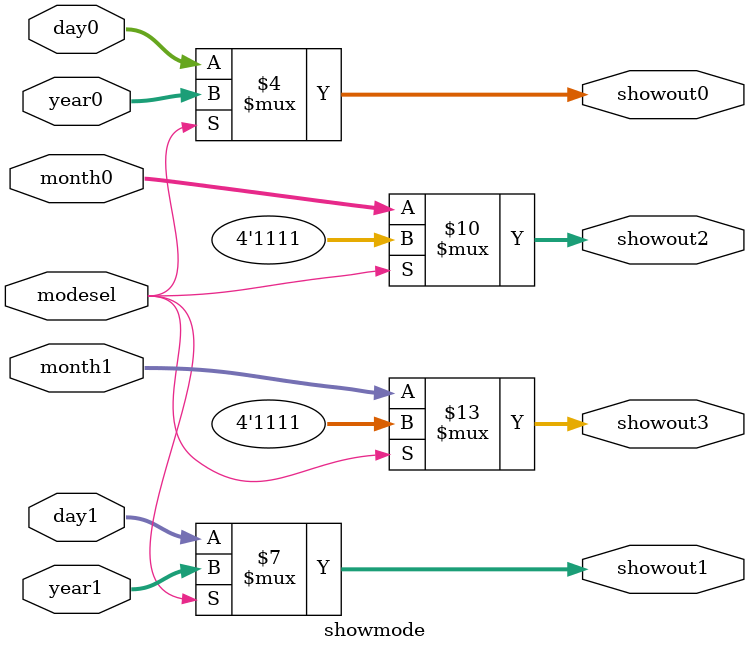
<source format=v>
`timescale 1ns / 1ps
`define STAT_MONDAYMODE 1'b0
`define STAT_YEARMODE 1'b1
`define MODE_MONDAYMODE 1'b0
`define MODE_YEARMODE 1'b1
module showmode(
	day1,
	day0,
	month1,
   month0,
   year1,
   year0,
	modesel,
	showout0,
	showout1,
	showout2,
	showout3
	);
	 
input [3:0] day1, day0;
input [3:0] month1, month0;
input [3:0] year1, year0;
input modesel;
output [3:0] showout3, showout2, showout1, showout0;

reg state, next_state;
reg mode;
reg [3:0] showout3, showout2, showout1, showout0;
reg [3:0] AMPM1, AMPM0, T1, T0;
reg [3:0] trans1, trans0;
//decide display
always@*
	if(~modesel)
		begin
		showout3<=month1;
		showout2<=month0;
		showout1<=day1;		
		showout0<=day0;
		end
	else
		begin
			showout3<=4'd15;
			showout2<=4'd15;
			showout1<=year1;		
			showout0<=year0;
		end
endmodule

</source>
